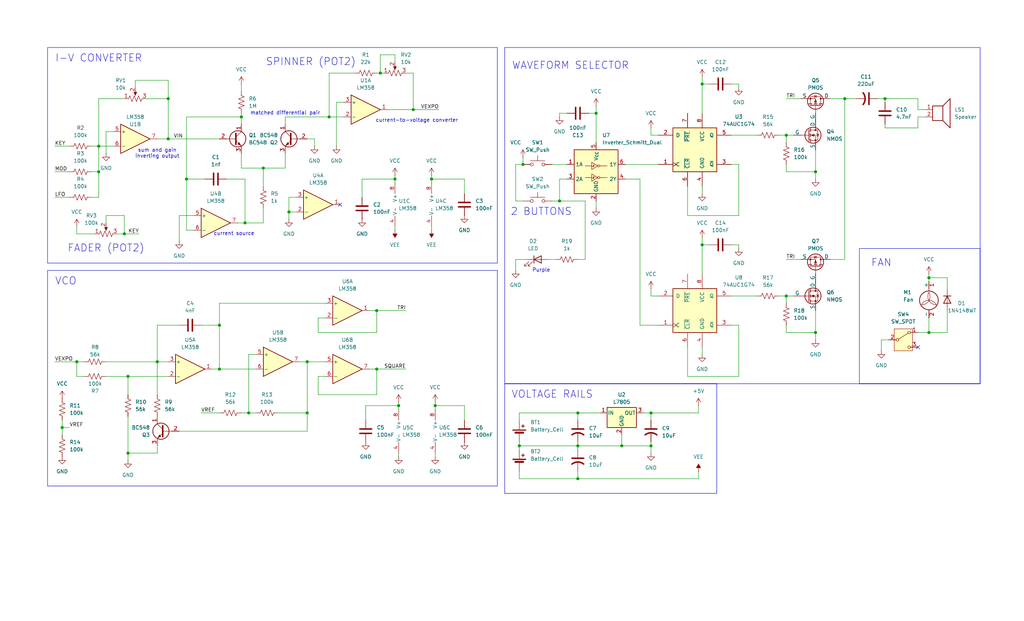
<source format=kicad_sch>
(kicad_sch (version 20250114) (generator "eeschema") (generator_version "9.0")
  (paper "USLegal")
  (title_block (title "Cerebral Palsipus") (date "2026-02-15") (rev "0") (company "Team Twilight: Val, Isaac, and Tyler") (comment 1 "Designed by Tyler Ramsawak") (comment 2 "Child's toy analog synthesizer"))
  (lib_symbols
    (symbol "74xGxx:74AUC1G74" (pin_names (offset 1.016))
      (property "Reference" "U" (at -5.08 10.16 0))
      (property "Value" "74AUC1G74" (at 10.16 -10.16 0))
      (symbol "74AUC1G74_1_1"
        (pin input line (at -12.7 5.08 0) (length 5.08) (name "D") (number "2"))
        (pin input clock (at -12.7 -5.08 0) (length 5.08) (name "C") (number "1"))
        (pin input line (at -2.54 12.7 270) (length 5.08) (name "~{PRE}") (number "7"))
        (pin input line (at -2.54 -12.7 90) (length 5.08) (name "~{CLR}") (number "6"))
        (pin power_in line (at 2.54 12.7 270) (length 5.08) (name "VCC") (number "8"))
        (pin power_in line (at 2.54 -12.7 90) (length 5.08) (name "GND") (number "4"))
        (pin output line (at 12.7 5.08 180) (length 5.08) (name "Q") (number "5"))
        (pin output line (at 12.7 -5.08 180) (length 5.08) (name "~{Q}") (number "3"))
      )
    )
    (symbol "74xGxx:Inverter_Schmitt_Dual"
      (property "Reference" "U" (at 2.54 12.7 0))
      (property "Value" "Inverter_Schmitt_Dual" (at 2.54 10.16 0))
      (symbol "Inverter_Schmitt_Dual_1_1"
        (pin input line (at -10.16 2.54 0) (length 2.54) (name "1A") (number "1"))
        (pin input line (at -10.16 -2.54 0) (length 2.54) (name "2A") (number "3"))
        (pin power_in line (at 0 10.16 270) (length 2.54) (name "V_{CC}") (number "5"))
        (pin power_in line (at 0 -10.16 90) (length 2.54) (name "GND") (number "2"))
        (pin output line (at 10.16 2.54 180) (length 2.54) (name "1Y") (number "6"))
        (pin output line (at 10.16 -2.54 180) (length 2.54) (name "2Y") (number "4"))
      )
    )
    (symbol "Amplifier_Operational:LM358" (pin_names (offset 0.127))
      (property "Reference" "U" (at 0 5.08 0))
      (property "Value" "LM358" (at 0 -5.08 0))
      (symbol "LM358_1_1"
        (pin input line (at -7.62 2.54 0) (length 2.54) (name "+") (number "3"))
        (pin input line (at -7.62 -2.54 0) (length 2.54) (name "-") (number "2"))
        (pin output line (at 7.62 0 180) (length 2.54) (name "~") (number "1"))
      )
      (symbol "LM358_2_1"
        (pin input line (at -7.62 2.54 0) (length 2.54) (name "+") (number "5"))
        (pin input line (at -7.62 -2.54 0) (length 2.54) (name "-") (number "6"))
        (pin output line (at 7.62 0 180) (length 2.54) (name "~") (number "7"))
      )
      (symbol "LM358_3_1"
        (pin power_in line (at -2.54 7.62 270) (length 3.81) (name "V+") (number "8"))
        (pin power_in line (at -2.54 -7.62 90) (length 3.81) (name "V-") (number "4"))
      )
    )
    (symbol "Device:Battery_Cell" (pin_numbers (hide yes)) (pin_names (offset 0) (hide yes))
      (property "Reference" "BT" (at 2.54 2.54 0))
      (property "Value" "Battery_Cell" (at 2.54 0 0))
      (symbol "Battery_Cell_1_1"
        (pin passive line (at 0 5.08 270) (length 2.54) (name "+") (number "1"))
        (pin passive line (at 0 -2.54 90) (length 2.54) (name "-") (number "2"))
      )
    )
    (symbol "Device:C" (pin_numbers (hide yes)) (pin_names (offset 0.254))
      (property "Reference" "C" (at 0.635 2.54 0))
      (property "Value" "C" (at 0.635 -2.54 0))
      (symbol "C_1_1"
        (pin passive line (at 0 3.81 270) (length 2.794) (name "~") (number "1"))
        (pin passive line (at 0 -3.81 90) (length 2.794) (name "~") (number "2"))
      )
    )
    (symbol "Device:C_US" (pin_numbers (hide yes)) (pin_names (offset 0.254) (hide yes))
      (property "Reference" "C" (at 0.635 2.54 0))
      (property "Value" "C_US" (at 0.635 -2.54 0))
      (symbol "C_US_1_1"
        (pin passive line (at 0 3.81 270) (length 2.794) (name "~") (number "1"))
        (pin passive line (at 0 -3.81 90) (length 3.302) (name "~") (number "2"))
      )
    )
    (symbol "Device:LED" (pin_numbers (hide yes)) (pin_names (offset 1.016) (hide yes))
      (property "Reference" "D" (at 0 2.54 0))
      (property "Value" "LED" (at 0 -2.54 0))
      (symbol "LED_1_1"
        (pin passive line (at -3.81 0 0) (length 2.54) (name "K") (number "1"))
        (pin passive line (at 3.81 0 180) (length 2.54) (name "A") (number "2"))
      )
    )
    (symbol "Device:R_Potentiometer_US" (pin_names (offset 1.016) (hide yes))
      (property "Reference" "RV" (at -4.445 0 90))
      (property "Value" "R_Potentiometer_US" (at -2.54 0 90))
      (symbol "R_Potentiometer_US_1_1"
        (pin passive line (at 0 3.81 270) (length 1.27) (name "1") (number "1"))
        (pin passive line (at 0 -3.81 90) (length 1.27) (name "3") (number "3"))
        (pin passive line (at 3.81 0 180) (length 1.27) (name "2") (number "2"))
      )
    )
    (symbol "Device:R_US" (pin_numbers (hide yes)) (pin_names (offset 0))
      (property "Reference" "R" (at 2.54 0 90))
      (property "Value" "R_US" (at -2.54 0 90))
      (symbol "R_US_1_1"
        (pin passive line (at 0 3.81 270) (length 1.27) (name "~") (number "1"))
        (pin passive line (at 0 -3.81 90) (length 1.27) (name "~") (number "2"))
      )
    )
    (symbol "Device:Speaker" (pin_names (offset 0) (hide yes))
      (property "Reference" "LS" (at 1.27 5.715 0))
      (property "Value" "Speaker" (at 1.27 3.81 0))
      (symbol "Speaker_1_1"
        (pin input line (at -5.08 0 0) (length 2.54) (name "1") (number "1"))
        (pin input line (at -5.08 -2.54 0) (length 2.54) (name "2") (number "2"))
      )
    )
    (symbol "Diode:1N4148WT" (pin_numbers (hide yes)) (pin_names (hide yes))
      (property "Reference" "D" (at 0 2.54 0))
      (property "Value" "1N4148WT" (at 0 -2.54 0))
      (symbol "1N4148WT_1_1"
        (pin passive line (at -3.81 0 0) (length 2.54) (name "K") (number "1"))
        (pin passive line (at 3.81 0 180) (length 2.54) (name "A") (number "2"))
      )
    )
    (symbol "Motor:Fan" (pin_names (offset 0))
      (property "Reference" "M" (at 2.54 5.08 0))
      (property "Value" "Fan" (at 2.54 -2.54 0))
      (symbol "Fan_1_1"
        (pin passive line (at 0 7.62 270) (length 2.54) (name "+") (number "1"))
        (pin passive line (at 0 -5.08 90) (length 2.54) (name "-") (number "2"))
      )
    )
    (symbol "Regulator_Linear:L7805" (pin_names (offset 0.254))
      (property "Reference" "U" (at -3.81 3.175 0))
      (property "Value" "L7805" (at 0 3.175 0))
      (symbol "L7805_1_1"
        (pin power_in line (at -7.62 0 0) (length 2.54) (name "IN") (number "1"))
        (pin power_in line (at 0 -7.62 90) (length 2.54) (name "GND") (number "2"))
        (pin power_out line (at 7.62 0 180) (length 2.54) (name "OUT") (number "3"))
      )
    )
    (symbol "Simulation_SPICE:NMOS" (pin_numbers (hide yes)) (pin_names (offset 0))
      (property "Reference" "Q" (at 5.08 1.27 0))
      (property "Value" "NMOS" (at 5.08 -1.27 0))
      (symbol "NMOS_1_1"
        (pin input line (at -5.08 0 0) (length 2.54) (name "G") (number "2"))
        (pin passive line (at 2.54 5.08 270) (length 2.54) (name "D") (number "1"))
        (pin passive line (at 2.54 -5.08 90) (length 2.54) (name "S") (number "3"))
      )
    )
    (symbol "Simulation_SPICE:PMOS" (pin_numbers (hide yes)) (pin_names (offset 0))
      (property "Reference" "Q" (at 5.08 1.27 0))
      (property "Value" "PMOS" (at 5.08 -1.27 0))
      (symbol "PMOS_1_1"
        (pin input line (at -5.08 0 0) (length 2.54) (name "G") (number "2"))
        (pin passive line (at 2.54 5.08 270) (length 2.54) (name "D") (number "1"))
        (pin passive line (at 2.54 -5.08 90) (length 2.54) (name "S") (number "3"))
      )
    )
    (symbol "Switch:SW_Push" (pin_numbers (hide yes)) (pin_names (offset 1.016) (hide yes))
      (property "Reference" "SW" (at 1.27 2.54 0))
      (property "Value" "SW_Push" (at 0 -1.524 0))
      (symbol "SW_Push_0_1"
        (pin passive line (at -5.08 0 0) (length 2.54) (name "1") (number "1"))
        (pin passive line (at 5.08 0 180) (length 2.54) (name "2") (number "2"))
      )
    )
    (symbol "Switch:SW_SPDT" (pin_names (offset 0) (hide yes))
      (property "Reference" "SW" (at 0 5.08 0))
      (property "Value" "SW_SPDT" (at 0 -5.08 0))
      (symbol "SW_SPDT_1_1"
        (pin passive line (at -5.08 0 0) (length 2.54) (name "B") (number "2"))
        (pin passive line (at 5.08 2.54 180) (length 2.54) (name "A") (number "1"))
        (pin passive line (at 5.08 -2.54 180) (length 2.54) (name "C") (number "3"))
      )
    )
    (symbol "Transistor_BJT:BC548" (pin_names (offset 0) (hide yes))
      (property "Reference" "Q" (at 5.08 1.905 0))
      (property "Value" "BC548" (at 5.08 0 0))
      (symbol "BC548_1_1"
        (pin input line (at -5.08 0 0) (length 2.54) (name "B") (number "2"))
        (pin passive line (at 2.54 5.08 270) (length 2.54) (name "C") (number "1"))
        (pin passive line (at 2.54 -5.08 90) (length 2.54) (name "E") (number "3"))
      )
    )
    (symbol "power:+5V" (power) (pin_numbers (hide yes)) (pin_names (offset 0) (hide yes))
      (property "Value" "+5V" (at 0 3.556 0))
      (symbol "+5V_1_1"
        (pin power_in line (at 0 0 90) (length 0) (name "~") (number "1"))
      )
    )
    (symbol "power:GND" (power) (pin_numbers (hide yes)) (pin_names (offset 0) (hide yes))
      (property "Value" "GND" (at 0 -3.81 0))
      (symbol "GND_1_1"
        (pin power_in line (at 0 0 270) (length 0) (name "~") (number "1"))
      )
    )
    (symbol "power:VCC" (power) (pin_numbers (hide yes)) (pin_names (offset 0) (hide yes))
      (property "Value" "VCC" (at 0 3.556 0))
      (symbol "VCC_1_1"
        (pin power_in line (at 0 0 90) (length 0) (name "~") (number "1"))
      )
    )
    (symbol "power:VEE" (power) (pin_numbers (hide yes)) (pin_names (offset 0) (hide yes))
      (property "Value" "VEE" (at 0 3.556 0))
      (symbol "VEE_1_1"
        (pin power_in line (at 0 0 90) (length 0) (name "~") (number "1"))
      )
    )
  )
  (rectangle (start 175.26 16.51) (end 340.36 133.35))
  (rectangle (start 298.45 86.36) (end 340.36 133.35))
  (rectangle (start 175.26 133.35) (end 248.92 171.45))
  (rectangle (start 16.51 16.51) (end 172.72 91.44))
  (rectangle (start 16.51 93.98) (end 172.72 168.91))
  (text "current-to-voltage converter" (at 144.78 41.91 0) (effects (font (size 1.27 1.27))))
  (text "sum and gain\ninverting output" (at 54.61 53.34 0) (effects (font (size 1.27 1.27))))
  (text "SPINNER (POT2)" (at 107.95 21.59 0) (effects (font (size 2.54 2.54))))
  (text "WAVEFORM SELECTOR" (at 198.12 22.86 0) (effects (font (size 2.54 2.54))))
  (text "FADER (POT2)" (at 36.83 86.36 0) (effects (font (size 2.54 2.54))))
  (text "matched differential pair" (at 99.06 39.37 0) (effects (font (size 1.27 1.27))))
  (text "2 BUTTONS" (at 187.96 73.66 0) (effects (font (size 2.54 2.54))))
  (text "VOLTAGE RAILS" (at 191.77 137.16 0) (effects (font (size 2.54 2.54))))
  (text "FAN" (at 306.07 91.44 0) (effects (font (size 2.54 2.54))))
  (text "current source" (at 81.28 81.28 0) (effects (font (size 1.27 1.27))))
  (text "Purple" (at 187.96 93.98 0) (effects (font (size 1.27 1.27))))
  (text "I-V CONVERTER" (at 34.29 20.32 0) (effects (font (size 2.54 2.54))))
  (text "VCO" (at 22.86 97.79 0) (effects (font (size 2.54 2.54))))
  (junction (at 114.3 40.64))
  (junction (at 130.81 107.95))
  (junction (at 243.84 85.09))
  (junction (at 54.61 125.73))
  (junction (at 293.37 34.29))
  (junction (at 207.01 39.37))
  (junction (at 322.58 115.57))
  (junction (at 307.34 34.29))
  (junction (at 273.05 46.99))
  (junction (at 226.06 143.51))
  (junction (at 200.66 143.51))
  (junction (at 200.66 154.94))
  (junction (at 106.68 125.73))
  (junction (at 283.21 59.69))
  (junction (at 215.9 154.94))
  (junction (at 106.68 143.51))
  (junction (at 180.34 154.94))
  (junction (at 44.45 130.81))
  (junction (at 283.21 115.57))
  (junction (at 132.08 25.4))
  (junction (at 151.13 140.97))
  (junction (at 86.36 143.51))
  (junction (at 194.31 69.85))
  (junction (at 43.18 81.28))
  (junction (at 91.44 58.42))
  (junction (at 200.66 166.37))
  (junction (at 83.82 40.64))
  (junction (at 34.29 59.69))
  (junction (at 76.2 113.03))
  (junction (at 322.58 96.52))
  (junction (at 137.16 62.23))
  (junction (at 26.67 125.73))
  (junction (at 21.59 148.59))
  (junction (at 149.86 62.23))
  (junction (at 64.77 62.23))
  (junction (at 76.2 128.27))
  (junction (at 34.29 50.8))
  (junction (at 226.06 154.94))
  (junction (at 58.42 48.26))
  (junction (at 130.81 128.27))
  (junction (at 181.61 57.15))
  (junction (at 58.42 34.29))
  (junction (at 44.45 157.48))
  (junction (at 100.33 73.66))
  (junction (at 243.84 29.21))
  (junction (at 273.05 102.87))
  (junction (at 85.09 77.47))
  (junction (at 143.51 38.1))
  (junction (at 138.43 140.97))
  (no_connect (at 318.77 120.65))
  (no_connect (at 118.11 71.12))
  (wire (pts (xy 110.49 137.16) (xy 130.81 137.16)))
  (wire (pts (xy 137.16 80.01) (xy 137.16 78.74)))
  (wire (pts (xy 318.77 115.57) (xy 322.58 115.57)))
  (wire (pts (xy 113.03 105.41) (xy 76.2 105.41)))
  (wire (pts (xy 64.77 62.23) (xy 71.12 62.23)))
  (wire (pts (xy 104.14 125.73) (xy 106.68 125.73)))
  (wire (pts (xy 46.99 30.48) (xy 46.99 27.94)))
  (wire (pts (xy 200.66 154.94) (xy 215.9 154.94)))
  (wire (pts (xy 54.61 125.73) (xy 54.61 137.16)))
  (wire (pts (xy 321.31 38.1) (xy 318.77 38.1)))
  (wire (pts (xy 200.66 154.94) (xy 200.66 153.67)))
  (wire (pts (xy 307.34 44.45) (xy 318.77 44.45)))
  (wire (pts (xy 243.84 82.55) (xy 243.84 85.09)))
  (wire (pts (xy 78.74 62.23) (xy 85.09 62.23)))
  (wire (pts (xy 26.67 125.73) (xy 26.67 130.81)))
  (wire (pts (xy 179.07 57.15) (xy 181.61 57.15)))
  (wire (pts (xy 191.77 57.15) (xy 196.85 57.15)))
  (wire (pts (xy 256.54 57.15) (xy 256.54 74.93)))
  (wire (pts (xy 85.09 77.47) (xy 91.44 77.47)))
  (wire (pts (xy 246.38 29.21) (xy 243.84 29.21)))
  (wire (pts (xy 322.58 110.49) (xy 322.58 115.57)))
  (wire (pts (xy 110.49 130.81) (xy 110.49 137.16)))
  (wire (pts (xy 161.29 146.05) (xy 161.29 140.97)))
  (wire (pts (xy 106.68 125.73) (xy 113.03 125.73)))
  (wire (pts (xy 54.61 113.03) (xy 54.61 125.73)))
  (wire (pts (xy 69.85 113.03) (xy 76.2 113.03)))
  (wire (pts (xy 119.38 40.64) (xy 114.3 40.64)))
  (wire (pts (xy 243.84 85.09) (xy 243.84 95.25)))
  (wire (pts (xy 222.25 113.03) (xy 222.25 62.23)))
  (wire (pts (xy 256.54 113.03) (xy 256.54 130.81)))
  (wire (pts (xy 151.13 139.7) (xy 151.13 140.97)))
  (wire (pts (xy 254 57.15) (xy 256.54 57.15)))
  (wire (pts (xy 67.31 74.93) (xy 62.23 74.93)))
  (wire (pts (xy 293.37 90.17) (xy 288.29 90.17)))
  (wire (pts (xy 82.55 77.47) (xy 85.09 77.47)))
  (wire (pts (xy 36.83 74.93) (xy 43.18 74.93)))
  (wire (pts (xy 114.3 40.64) (xy 114.3 25.4)))
  (wire (pts (xy 58.42 34.29) (xy 58.42 48.26)))
  (wire (pts (xy 180.34 163.83) (xy 180.34 166.37)))
  (wire (pts (xy 119.38 35.56) (xy 116.84 35.56)))
  (wire (pts (xy 130.81 107.95) (xy 140.97 107.95)))
  (wire (pts (xy 306.07 118.11) (xy 306.07 121.92)))
  (wire (pts (xy 33.02 81.28) (xy 26.67 81.28)))
  (wire (pts (xy 106.68 143.51) (xy 96.52 143.51)))
  (wire (pts (xy 21.59 148.59) (xy 21.59 151.13)))
  (wire (pts (xy 113.03 110.49) (xy 110.49 110.49)))
  (wire (pts (xy 256.54 29.21) (xy 256.54 30.48)))
  (wire (pts (xy 44.45 144.78) (xy 44.45 157.48)))
  (wire (pts (xy 243.84 64.77) (xy 243.84 67.31)))
  (wire (pts (xy 149.86 62.23) (xy 161.29 62.23)))
  (wire (pts (xy 191.77 69.85) (xy 194.31 69.85)))
  (wire (pts (xy 83.82 40.64) (xy 64.77 40.64)))
  (wire (pts (xy 34.29 68.58) (xy 34.29 59.69)))
  (wire (pts (xy 207.01 72.39) (xy 207.01 69.85)))
  (wire (pts (xy 238.76 130.81) (xy 238.76 120.65)))
  (wire (pts (xy 29.21 125.73) (xy 26.67 125.73)))
  (wire (pts (xy 322.58 96.52) (xy 328.93 96.52)))
  (wire (pts (xy 86.36 143.51) (xy 88.9 143.51)))
  (wire (pts (xy 24.13 50.8) (xy 19.05 50.8)))
  (wire (pts (xy 243.84 29.21) (xy 243.84 39.37)))
  (wire (pts (xy 149.86 60.96) (xy 149.86 62.23)))
  (wire (pts (xy 283.21 115.57) (xy 283.21 107.95)))
  (wire (pts (xy 100.33 73.66) (xy 100.33 68.58)))
  (wire (pts (xy 273.05 105.41) (xy 273.05 102.87)))
  (wire (pts (xy 69.85 143.51) (xy 76.2 143.51)))
  (wire (pts (xy 328.93 107.95) (xy 328.93 115.57)))
  (wire (pts (xy 132.08 25.4) (xy 133.35 25.4)))
  (wire (pts (xy 254 113.03) (xy 256.54 113.03)))
  (wire (pts (xy 36.83 130.81) (xy 44.45 130.81)))
  (wire (pts (xy 304.8 34.29) (xy 307.34 34.29)))
  (wire (pts (xy 179.07 69.85) (xy 179.07 57.15)))
  (wire (pts (xy 39.37 45.72) (xy 36.83 45.72)))
  (wire (pts (xy 318.77 40.64) (xy 321.31 40.64)))
  (wire (pts (xy 307.34 43.18) (xy 307.34 44.45)))
  (wire (pts (xy 200.66 166.37) (xy 242.57 166.37)))
  (wire (pts (xy 273.05 115.57) (xy 273.05 113.03)))
  (wire (pts (xy 200.66 143.51) (xy 200.66 146.05)))
  (wire (pts (xy 137.16 62.23) (xy 137.16 63.5)))
  (wire (pts (xy 200.66 166.37) (xy 200.66 163.83)))
  (wire (pts (xy 113.03 130.81) (xy 110.49 130.81)))
  (wire (pts (xy 86.36 143.51) (xy 86.36 123.19)))
  (wire (pts (xy 106.68 48.26) (xy 109.22 48.26)))
  (wire (pts (xy 83.82 40.64) (xy 83.82 43.18)))
  (wire (pts (xy 243.84 120.65) (xy 243.84 123.19)))
  (wire (pts (xy 54.61 157.48) (xy 54.61 154.94)))
  (wire (pts (xy 207.01 39.37) (xy 207.01 49.53)))
  (wire (pts (xy 228.6 113.03) (xy 222.25 113.03)))
  (wire (pts (xy 116.84 35.56) (xy 116.84 50.8)))
  (wire (pts (xy 34.29 50.8) (xy 31.75 50.8)))
  (wire (pts (xy 180.34 154.94) (xy 200.66 154.94)))
  (wire (pts (xy 226.06 102.87) (xy 228.6 102.87)))
  (wire (pts (xy 91.44 72.39) (xy 91.44 77.47)))
  (wire (pts (xy 273.05 46.99) (xy 270.51 46.99)))
  (wire (pts (xy 275.59 102.87) (xy 273.05 102.87)))
  (wire (pts (xy 226.06 46.99) (xy 228.6 46.99)))
  (wire (pts (xy 180.34 153.67) (xy 180.34 154.94)))
  (wire (pts (xy 179.07 93.98) (xy 179.07 90.17)))
  (wire (pts (xy 91.44 58.42) (xy 91.44 64.77)))
  (wire (pts (xy 125.73 68.58) (xy 125.73 62.23)))
  (wire (pts (xy 26.67 130.81) (xy 29.21 130.81)))
  (wire (pts (xy 246.38 85.09) (xy 243.84 85.09)))
  (wire (pts (xy 102.87 73.66) (xy 100.33 73.66)))
  (wire (pts (xy 297.18 34.29) (xy 293.37 34.29)))
  (wire (pts (xy 64.77 40.64) (xy 64.77 62.23)))
  (wire (pts (xy 204.47 39.37) (xy 207.01 39.37)))
  (wire (pts (xy 196.85 39.37) (xy 194.31 39.37)))
  (wire (pts (xy 50.8 34.29) (xy 58.42 34.29)))
  (wire (pts (xy 200.66 156.21) (xy 200.66 154.94)))
  (wire (pts (xy 143.51 38.1) (xy 152.4 38.1)))
  (wire (pts (xy 262.89 46.99) (xy 254 46.99)))
  (wire (pts (xy 58.42 48.26) (xy 54.61 48.26)))
  (wire (pts (xy 180.34 166.37) (xy 200.66 166.37)))
  (wire (pts (xy 137.16 21.59) (xy 137.16 19.05)))
  (wire (pts (xy 83.82 58.42) (xy 91.44 58.42)))
  (wire (pts (xy 217.17 57.15) (xy 228.6 57.15)))
  (wire (pts (xy 283.21 118.11) (xy 283.21 115.57)))
  (wire (pts (xy 207.01 36.83) (xy 207.01 39.37)))
  (wire (pts (xy 322.58 95.25) (xy 322.58 96.52)))
  (wire (pts (xy 64.77 80.01) (xy 67.31 80.01)))
  (wire (pts (xy 196.85 62.23) (xy 194.31 62.23)))
  (wire (pts (xy 242.57 163.83) (xy 242.57 166.37)))
  (wire (pts (xy 43.18 81.28) (xy 48.26 81.28)))
  (wire (pts (xy 62.23 149.86) (xy 106.68 149.86)))
  (wire (pts (xy 256.54 85.09) (xy 256.54 86.36)))
  (wire (pts (xy 149.86 62.23) (xy 149.86 63.5)))
  (wire (pts (xy 106.68 143.51) (xy 106.68 149.86)))
  (wire (pts (xy 76.2 113.03) (xy 76.2 128.27)))
  (wire (pts (xy 161.29 62.23) (xy 161.29 67.31)))
  (wire (pts (xy 273.05 115.57) (xy 283.21 115.57)))
  (wire (pts (xy 161.29 140.97) (xy 151.13 140.97)))
  (wire (pts (xy 193.04 90.17) (xy 190.5 90.17)))
  (wire (pts (xy 275.59 46.99) (xy 273.05 46.99)))
  (wire (pts (xy 143.51 38.1) (xy 143.51 25.4)))
  (wire (pts (xy 273.05 49.53) (xy 273.05 46.99)))
  (wire (pts (xy 203.2 90.17) (xy 200.66 90.17)))
  (wire (pts (xy 26.67 81.28) (xy 26.67 78.74)))
  (wire (pts (xy 273.05 59.69) (xy 283.21 59.69)))
  (wire (pts (xy 43.18 34.29) (xy 34.29 34.29)))
  (wire (pts (xy 36.83 45.72) (xy 36.83 53.34)))
  (wire (pts (xy 46.99 27.94) (xy 58.42 27.94)))
  (wire (pts (xy 86.36 123.19) (xy 88.9 123.19)))
  (wire (pts (xy 138.43 158.75) (xy 138.43 157.48)))
  (wire (pts (xy 54.61 125.73) (xy 58.42 125.73)))
  (wire (pts (xy 91.44 58.42) (xy 99.06 58.42)))
  (wire (pts (xy 43.18 74.93) (xy 43.18 81.28)))
  (wire (pts (xy 180.34 143.51) (xy 180.34 146.05)))
  (wire (pts (xy 44.45 160.02) (xy 44.45 157.48)))
  (wire (pts (xy 36.83 125.73) (xy 54.61 125.73)))
  (wire (pts (xy 132.08 19.05) (xy 132.08 25.4)))
  (wire (pts (xy 125.73 62.23) (xy 137.16 62.23)))
  (wire (pts (xy 58.42 48.26) (xy 76.2 48.26)))
  (wire (pts (xy 99.06 58.42) (xy 99.06 53.34)))
  (wire (pts (xy 318.77 38.1) (xy 318.77 34.29)))
  (wire (pts (xy 149.86 80.01) (xy 149.86 78.74)))
  (wire (pts (xy 88.9 128.27) (xy 76.2 128.27)))
  (wire (pts (xy 34.29 59.69) (xy 31.75 59.69)))
  (wire (pts (xy 137.16 19.05) (xy 132.08 19.05)))
  (wire (pts (xy 226.06 154.94) (xy 215.9 154.94)))
  (wire (pts (xy 278.13 90.17) (xy 273.05 90.17)))
  (wire (pts (xy 99.06 43.18) (xy 99.06 40.64)))
  (wire (pts (xy 322.58 96.52) (xy 322.58 97.79)))
  (wire (pts (xy 151.13 158.75) (xy 151.13 157.48)))
  (wire (pts (xy 226.06 44.45) (xy 226.06 46.99)))
  (wire (pts (xy 130.81 25.4) (xy 132.08 25.4)))
  (wire (pts (xy 307.34 34.29) (xy 307.34 35.56)))
  (wire (pts (xy 256.54 74.93) (xy 238.76 74.93)))
  (wire (pts (xy 110.49 110.49) (xy 110.49 115.57)))
  (wire (pts (xy 328.93 115.57) (xy 322.58 115.57)))
  (wire (pts (xy 34.29 50.8) (xy 39.37 50.8)))
  (wire (pts (xy 179.07 90.17) (xy 182.88 90.17)))
  (wire (pts (xy 181.61 69.85) (xy 179.07 69.85)))
  (wire (pts (xy 106.68 125.73) (xy 106.68 143.51)))
  (wire (pts (xy 273.05 102.87) (xy 270.51 102.87)))
  (wire (pts (xy 127 140.97) (xy 138.43 140.97)))
  (wire (pts (xy 208.28 143.51) (xy 200.66 143.51)))
  (wire (pts (xy 100.33 76.2) (xy 100.33 73.66)))
  (wire (pts (xy 180.34 154.94) (xy 180.34 156.21)))
  (wire (pts (xy 138.43 140.97) (xy 138.43 142.24)))
  (wire (pts (xy 181.61 54.61) (xy 181.61 57.15)))
  (wire (pts (xy 203.2 69.85) (xy 203.2 90.17)))
  (wire (pts (xy 43.18 81.28) (xy 40.64 81.28)))
  (wire (pts (xy 83.82 29.21) (xy 83.82 31.75)))
  (wire (pts (xy 226.06 143.51) (xy 223.52 143.51)))
  (wire (pts (xy 127 146.05) (xy 127 140.97)))
  (wire (pts (xy 243.84 26.67) (xy 243.84 29.21)))
  (wire (pts (xy 62.23 74.93) (xy 62.23 83.82)))
  (wire (pts (xy 137.16 60.96) (xy 137.16 62.23)))
  (wire (pts (xy 130.81 115.57) (xy 130.81 107.95)))
  (wire (pts (xy 21.59 148.59) (xy 21.59 146.05)))
  (wire (pts (xy 24.13 68.58) (xy 19.05 68.58)))
  (wire (pts (xy 134.62 38.1) (xy 143.51 38.1)))
  (wire (pts (xy 76.2 128.27) (xy 73.66 128.27)))
  (wire (pts (xy 58.42 27.94) (xy 58.42 34.29)))
  (wire (pts (xy 44.45 157.48) (xy 54.61 157.48)))
  (wire (pts (xy 24.13 59.69) (xy 19.05 59.69)))
  (wire (pts (xy 34.29 34.29) (xy 34.29 50.8)))
  (wire (pts (xy 262.89 102.87) (xy 254 102.87)))
  (wire (pts (xy 100.33 68.58) (xy 102.87 68.58)))
  (wire (pts (xy 222.25 62.23) (xy 217.17 62.23)))
  (wire (pts (xy 83.82 53.34) (xy 83.82 58.42)))
  (wire (pts (xy 62.23 113.03) (xy 54.61 113.03)))
  (wire (pts (xy 256.54 130.81) (xy 238.76 130.81)))
  (wire (pts (xy 83.82 143.51) (xy 86.36 143.51)))
  (wire (pts (xy 44.45 130.81) (xy 58.42 130.81)))
  (wire (pts (xy 242.57 143.51) (xy 226.06 143.51)))
  (wire (pts (xy 64.77 62.23) (xy 64.77 80.01)))
  (wire (pts (xy 226.06 146.05) (xy 226.06 143.51)))
  (wire (pts (xy 306.07 118.11) (xy 308.61 118.11)))
  (wire (pts (xy 194.31 62.23) (xy 194.31 69.85)))
  (wire (pts (xy 328.93 96.52) (xy 328.93 100.33)))
  (wire (pts (xy 99.06 40.64) (xy 114.3 40.64)))
  (wire (pts (xy 242.57 140.97) (xy 242.57 143.51)))
  (wire (pts (xy 31.75 68.58) (xy 34.29 68.58)))
  (wire (pts (xy 34.29 59.69) (xy 34.29 50.8)))
  (wire (pts (xy 83.82 39.37) (xy 83.82 40.64)))
  (wire (pts (xy 318.77 34.29) (xy 307.34 34.29)))
  (wire (pts (xy 194.31 69.85) (xy 203.2 69.85)))
  (wire (pts (xy 36.83 77.47) (xy 36.83 74.93)))
  (wire (pts (xy 226.06 157.48) (xy 226.06 154.94)))
  (wire (pts (xy 114.3 25.4) (xy 123.19 25.4)))
  (wire (pts (xy 130.81 128.27) (xy 140.97 128.27)))
  (wire (pts (xy 130.81 137.16) (xy 130.81 128.27)))
  (wire (pts (xy 180.34 143.51) (xy 200.66 143.51)))
  (wire (pts (xy 226.06 153.67) (xy 226.06 154.94)))
  (wire (pts (xy 130.81 107.95) (xy 128.27 107.95)))
  (wire (pts (xy 215.9 154.94) (xy 215.9 151.13)))
  (wire (pts (xy 318.77 44.45) (xy 318.77 40.64)))
  (wire (pts (xy 288.29 34.29) (xy 293.37 34.29)))
  (wire (pts (xy 143.51 25.4) (xy 140.97 25.4)))
  (wire (pts (xy 110.49 115.57) (xy 130.81 115.57)))
  (wire (pts (xy 44.45 130.81) (xy 44.45 137.16)))
  (wire (pts (xy 24.13 148.59) (xy 21.59 148.59)))
  (wire (pts (xy 226.06 100.33) (xy 226.06 102.87)))
  (wire (pts (xy 273.05 59.69) (xy 273.05 57.15)))
  (wire (pts (xy 151.13 140.97) (xy 151.13 142.24)))
  (wire (pts (xy 85.09 62.23) (xy 85.09 77.47)))
  (wire (pts (xy 109.22 48.26) (xy 109.22 50.8)))
  (wire (pts (xy 278.13 34.29) (xy 273.05 34.29)))
  (wire (pts (xy 256.54 29.21) (xy 254 29.21)))
  (wire (pts (xy 256.54 85.09) (xy 254 85.09)))
  (wire (pts (xy 138.43 139.7) (xy 138.43 140.97)))
  (wire (pts (xy 293.37 34.29) (xy 293.37 90.17)))
  (wire (pts (xy 238.76 74.93) (xy 238.76 64.77)))
  (wire (pts (xy 283.21 59.69) (xy 283.21 52.07)))
  (wire (pts (xy 194.31 39.37) (xy 194.31 40.64)))
  (wire (pts (xy 130.81 128.27) (xy 128.27 128.27)))
  (wire (pts (xy 283.21 62.23) (xy 283.21 59.69)))
  (wire (pts (xy 19.05 125.73) (xy 26.67 125.73)))
  (wire (pts (xy 76.2 105.41) (xy 76.2 113.03)))
  (label "VREF" (at 24.13 148.59 0))
  (label "TRI" (at 273.05 34.29 0))
  (label "KEY" (at 19.05 50.8 0))
  (label "VEXPO" (at 19.05 125.73 0))
  (label "MOD" (at 19.05 59.69 0))
  (label "VREF" (at 69.85 143.51 0))
  (label "TRI" (at 140.97 107.95 180))
  (label "SQUARE" (at 140.97 128.27 180))
  (label "LFO" (at 19.05 68.58 0))
  (label "TRI" (at 273.05 90.17 0))
  (label "VEXPO" (at 152.4 38.1 180))
  (label "KEY" (at 48.26 81.28 180))
  (label "VIN" (at 63.5 48.26 180))
  (symbol (lib_id "power:GND") (at 125.73 76.2 0) (unit 1)
    (property "Reference" "#PWR09" (effects (hide yes)))
    (property "Value" "GND" (at 125.73 81.28 0))
    (property "Description" "Power symbol creates a global label with name \"GND\" , ground" (effects (hide yes)))
  )
  (symbol (lib_id "power:GND") (at 161.29 74.93 0) (unit 1)
    (property "Reference" "#PWR010" (effects (hide yes)))
    (property "Value" "GND" (at 161.29 80.01 0))
    (property "Description" "Power symbol creates a global label with name \"GND\" , ground" (effects (hide yes)))
  )
  (symbol (lib_id "power:GND") (at 161.29 153.67 0) (unit 1)
    (property "Reference" "#PWR017" (effects (hide yes)))
    (property "Value" "GND" (at 161.29 158.75 0))
    (property "Description" "Power symbol creates a global label with name \"GND\" , ground" (effects (hide yes)))
  )
  (symbol (lib_id "74xGxx:74AUC1G74") (at 241.3 107.95 0) (unit 1)
    (property "Reference" "U8" (at 256.54 96.4498 0))
    (property "Value" "74AUC1G74" (at 256.54 98.9898 0))
    (property "Footprint" "Package_DIP:DIP-8_W7.62mm_Socket" (effects (hide yes)))
    (property "Datasheet" "http://www.ti.com/lit/sg/scyt129e/scyt129e.pdf" (effects (hide yes)))
    (property "Description" "Single D Flip-Flop, Low-Voltage CMOS" (effects (hide yes)))
  )
  (symbol (lib_id "Device:C_US") (at 300.99 34.29 270) (unit 1)
    (property "Reference" "C11" (at 300.736 26.67 90))
    (property "Value" "220uF" (at 300.736 29.21 90))
    (property "Footprint" "Capacitor_THT:CP_Radial_D4.0mm_P2.00mm" (effects (hide yes)))
    (property "Description" "capacitor, US symbol" (effects (hide yes)))
  )
  (symbol (lib_id "Device:R_Potentiometer_US") (at 137.16 25.4 90) (unit 1)
    (property "Reference" "RV2" (at 140.97 19.05 90))
    (property "Value" "10k" (at 140.97 21.59 90))
    (property "Footprint" "Connector_PinHeader_2.54mm:PinHeader_1x03_P2.54mm_Vertical" (effects (hide yes)))
    (property "Description" "Potentiometer, US symbol" (effects (hide yes)))
  )
  (symbol (lib_id "Device:R_US") (at 273.05 53.34 0) (unit 1)
    (property "Reference" "R16" (at 275.59 52.0699 0) (effects (justify left)))
    (property "Value" "100k" (at 275.59 54.6099 0) (effects (justify left)))
    (property "Footprint" "Resistor_THT:R_Axial_DIN0204_L3.6mm_D1.6mm_P5.08mm_Horizontal" (effects (hide yes)))
    (property "Description" "Resistor, US symbol" (effects (hide yes)))
  )
  (symbol (lib_id "Motor:Fan") (at 322.58 105.41 0) (unit 1)
    (property "Reference" "M1" (at 313.69 101.6 0) (effects (justify left)))
    (property "Value" "Fan" (at 313.69 104.14 0) (effects (justify left)))
    (property "Footprint" "Connector_PinHeader_2.54mm:PinHeader_1x02_P2.54mm_Vertical" (effects (hide yes)))
    (property "Description" "Fan" (effects (hide yes)))
  )
  (symbol (lib_id "Device:R_US") (at 27.94 59.69 90) (unit 1)
    (property "Reference" "R3" (at 27.94 53.34 90))
    (property "Value" "100k" (at 27.94 55.88 90))
    (property "Footprint" "Resistor_THT:R_Axial_DIN0204_L3.6mm_D1.6mm_P5.08mm_Horizontal" (effects (hide yes)))
    (property "Description" "Resistor, US symbol" (effects (hide yes)))
  )
  (symbol (lib_id "Device:R_US") (at 33.02 130.81 90) (unit 1)
    (property "Reference" "R7" (at 33.02 135.89 90))
    (property "Value" "100k" (at 33.02 133.35 90))
    (property "Footprint" "Resistor_THT:R_Axial_DIN0204_L3.6mm_D1.6mm_P5.08mm_Horizontal" (effects (hide yes)))
    (property "Description" "Resistor, US symbol" (effects (hide yes)))
  )
  (symbol (lib_id "power:VCC") (at 138.43 139.7 0) (unit 1)
    (property "Reference" "#PWR014" (effects (hide yes)))
    (property "Value" "VCC" (at 138.43 134.62 0))
    (property "Description" "Power symbol creates a global label with name \"VCC\"" (effects (hide yes)))
  )
  (symbol (lib_id "Switch:SW_SPDT") (at 313.69 118.11 0) (unit 1)
    (property "Reference" "SW4" (at 313.69 109.22 0))
    (property "Value" "SW_SPDT" (at 313.69 111.76 0))
    (property "Footprint" "Connector_PinHeader_2.54mm:PinHeader_1x02_P2.54mm_Vertical" (effects (hide yes)))
    (property "Description" "Switch, single pole double throw" (effects (hide yes)))
  )
  (symbol (lib_id "Device:C") (at 161.29 149.86 180) (unit 1)
    (property "Reference" "C6" (at 165.1 148.5899 0) (effects (justify right)))
    (property "Value" "100nF" (at 165.1 151.1299 0) (effects (justify right)))
    (property "Footprint" "Capacitor_THT:C_Rect_L4.0mm_W2.5mm_P2.50mm" (effects (hide yes)))
    (property "Description" "Unpolarized capacitor" (effects (hide yes)))
  )
  (symbol (lib_id "power:VEE") (at 149.86 80.01 180) (unit 1)
    (property "Reference" "#PWR019" (effects (hide yes)))
    (property "Value" "VEE" (at 149.86 85.09 0))
    (property "Description" "Power symbol creates a global label with name \"VEE\"" (effects (hide yes)))
  )
  (symbol (lib_id "Device:R_US") (at 54.61 140.97 0) (unit 1)
    (property "Reference" "R9" (at 57.15 139.6999 0) (effects (justify left)))
    (property "Value" "56k" (at 57.15 142.2399 0) (effects (justify left)))
    (property "Footprint" "Resistor_THT:R_Axial_DIN0204_L3.6mm_D1.6mm_P5.08mm_Horizontal" (effects (hide yes)))
    (property "Description" "Resistor, US symbol" (effects (hide yes)))
  )
  (symbol (lib_id "power:GND") (at 36.83 53.34 0) (unit 1)
    (property "Reference" "#PWR01" (effects (hide yes)))
    (property "Value" "GND" (at 36.83 58.42 0))
    (property "Description" "Power symbol creates a global label with name \"GND\" , ground" (effects (hide yes)))
  )
  (symbol (lib_id "Device:R_US") (at 21.59 154.94 0) (unit 1)
    (property "Reference" "R14" (at 24.13 153.6699 0) (effects (justify left)))
    (property "Value" "100k" (at 24.13 156.2099 0) (effects (justify left)))
    (property "Footprint" "Resistor_THT:R_Axial_DIN0204_L3.6mm_D1.6mm_P5.08mm_Horizontal" (effects (hide yes)))
    (property "Description" "Resistor, US symbol" (effects (hide yes)))
  )
  (symbol (lib_id "Amplifier_Operational:LM358") (at 120.65 128.27 0) (unit 2)
    (property "Reference" "U6" (at 120.65 118.11 0))
    (property "Value" "LM358" (at 120.65 120.65 0))
    (property "Footprint" "Package_DIP:DIP-8_W7.62mm_Socket" (effects (hide yes)))
    (property "Datasheet" "http://www.ti.com/lit/ds/symlink/lm2904-n.pdf" (effects (hide yes)))
    (property "Description" "Low-Power, Dual Operational Amplifiers, DIP-8/SOIC-8/TO-99-8" (effects (hide yes)))
  )
  (symbol (lib_id "power:GND") (at 194.31 40.64 0) (unit 1)
    (property "Reference" "#PWR031" (effects (hide yes)))
    (property "Value" "GND" (at 194.31 45.72 0))
    (property "Description" "Power symbol creates a global label with name \"GND\" , ground" (effects (hide yes)))
  )
  (symbol (lib_id "power:VCC") (at 21.59 138.43 0) (unit 1)
    (property "Reference" "#PWR012" (effects (hide yes)))
    (property "Value" "VCC" (at 21.59 133.35 0))
    (property "Description" "Power symbol creates a global label with name \"VCC\"" (effects (hide yes)))
  )
  (symbol (lib_id "Device:Battery_Cell") (at 180.34 151.13 0) (unit 1)
    (property "Reference" "BT1" (at 184.15 146.7484 0) (effects (justify left)))
    (property "Value" "Battery_Cell" (at 184.15 149.2884 0) (effects (justify left)))
    (property "Footprint" "Connector_PinHeader_2.54mm:PinHeader_1x02_P2.54mm_Vertical" (effects (hide yes)))
    (property "Description" "Single-cell battery" (effects (hide yes)))
  )
  (symbol (lib_id "Device:R_US") (at 92.71 143.51 90) (unit 1)
    (property "Reference" "R13" (at 92.71 137.16 90))
    (property "Value" "100k" (at 92.71 139.7 90))
    (property "Footprint" "Resistor_THT:R_Axial_DIN0204_L3.6mm_D1.6mm_P5.08mm_Horizontal" (effects (hide yes)))
    (property "Description" "Resistor, US symbol" (effects (hide yes)))
  )
  (symbol (lib_id "power:GND") (at 151.13 158.75 0) (unit 1)
    (property "Reference" "#PWR020" (effects (hide yes)))
    (property "Value" "GND" (at 151.13 163.83 0))
    (property "Description" "Power symbol creates a global label with name \"GND\" , ground" (effects (hide yes)))
  )
  (symbol (lib_id "Device:R_US") (at 27.94 50.8 90) (unit 1)
    (property "Reference" "R2" (at 27.94 44.45 90))
    (property "Value" "100k" (at 27.94 46.99 90))
    (property "Footprint" "Resistor_THT:R_Axial_DIN0204_L3.6mm_D1.6mm_P5.08mm_Horizontal" (effects (hide yes)))
    (property "Description" "Resistor, US symbol" (effects (hide yes)))
  )
  (symbol (lib_id "Device:C") (at 127 149.86 180) (unit 1)
    (property "Reference" "C5" (at 130.81 148.5899 0) (effects (justify right)))
    (property "Value" "100nF" (at 130.81 151.1299 0) (effects (justify right)))
    (property "Footprint" "Capacitor_THT:C_Rect_L4.0mm_W2.5mm_P2.50mm" (effects (hide yes)))
    (property "Description" "Unpolarized capacitor" (effects (hide yes)))
  )
  (symbol (lib_id "Device:R_US") (at 80.01 143.51 90) (unit 1)
    (property "Reference" "R12" (at 80.01 137.16 90))
    (property "Value" "56k" (at 80.01 139.7 90))
    (property "Footprint" "Resistor_THT:R_Axial_DIN0204_L3.6mm_D1.6mm_P5.08mm_Horizontal" (effects (hide yes)))
    (property "Description" "Resistor, US symbol" (effects (hide yes)))
  )
  (symbol (lib_id "power:VEE") (at 242.57 163.83 0) (unit 1)
    (property "Reference" "#PWR043" (effects (hide yes)))
    (property "Value" "VEE" (at 242.57 158.75 0))
    (property "Description" "Power symbol creates a global label with name \"VEE\"" (effects (hide yes)))
  )
  (symbol (lib_id "Amplifier_Operational:LM358") (at 127 38.1 0) (unit 1)
    (property "Reference" "U1" (at 127 27.94 0))
    (property "Value" "LM358" (at 127 30.48 0))
    (property "Footprint" "Package_DIP:DIP-8_W7.62mm_Socket" (effects (hide yes)))
    (property "Datasheet" "http://www.ti.com/lit/ds/symlink/lm2904-n.pdf" (effects (hide yes)))
    (property "Description" "Low-Power, Dual Operational Amplifiers, DIP-8/SOIC-8/TO-99-8" (effects (hide yes)))
  )
  (symbol (lib_id "power:VCC") (at 149.86 60.96 0) (unit 1)
    (property "Reference" "#PWR08" (effects (hide yes)))
    (property "Value" "VCC" (at 149.86 55.88 0))
    (property "Description" "Power symbol creates a global label with name \"VCC\"" (effects (hide yes)))
  )
  (symbol (lib_id "74xGxx:74AUC1G74") (at 241.3 52.07 0) (unit 1)
    (property "Reference" "U3" (at 256.54 40.5698 0))
    (property "Value" "74AUC1G74" (at 256.54 43.1098 0))
    (property "Footprint" "Package_DIP:DIP-8_W7.62mm_Socket" (effects (hide yes)))
    (property "Datasheet" "http://www.ti.com/lit/sg/scyt129e/scyt129e.pdf" (effects (hide yes)))
    (property "Description" "Single D Flip-Flop, Low-Voltage CMOS" (effects (hide yes)))
  )
  (symbol (lib_id "Device:R_Potentiometer_US") (at 46.99 34.29 90) (unit 1)
    (property "Reference" "RV1" (at 41.91 27.94 90))
    (property "Value" "10k" (at 41.91 30.48 90))
    (property "Footprint" "Connector_PinHeader_2.54mm:PinHeader_1x03_P2.54mm_Vertical" (effects (hide yes)))
    (property "Description" "Potentiometer, US symbol" (effects (hide yes)))
  )
  (symbol (lib_id "74xGxx:Inverter_Schmitt_Dual") (at 207.01 59.69 0) (unit 1)
    (property "Reference" "U7" (at 209.1533 46.99 0) (effects (justify left)))
    (property "Value" "Inverter_Schmitt_Dual" (at 209.1533 49.53 0) (effects (justify left)))
    (property "Footprint" "Package_DIP:DIP-6_W7.62mm" (effects (hide yes)))
    (property "Description" "Dual schmitt inverter" (effects (hide yes)))
  )
  (symbol (lib_id "Device:R_US") (at 266.7 102.87 90) (unit 1)
    (property "Reference" "R17" (at 266.7 96.52 90))
    (property "Value" "56k" (at 266.7 99.06 90))
    (property "Footprint" "Resistor_THT:R_Axial_DIN0204_L3.6mm_D1.6mm_P5.08mm_Horizontal" (effects (hide yes)))
    (property "Description" "Resistor, US symbol" (effects (hide yes)))
  )
  (symbol (lib_id "Switch:SW_Push") (at 186.69 69.85 0) (unit 1)
    (property "Reference" "SW2" (at 186.69 62.23 0))
    (property "Value" "SW_Push" (at 186.69 64.77 0))
    (property "Footprint" "Connector_PinHeader_2.54mm:PinHeader_1x02_P2.54mm_Vertical" (effects (hide yes)))
    (property "Description" "Push button switch, generic, two pins" (effects (hide yes)))
  )
  (symbol (lib_id "Device:C_US") (at 200.66 149.86 0) (unit 1)
    (property "Reference" "C7" (at 204.47 148.8439 0) (effects (justify left)))
    (property "Value" "10uF" (at 204.47 151.3839 0) (effects (justify left)))
    (property "Footprint" "Capacitor_THT:CP_Radial_D4.0mm_P2.00mm" (effects (hide yes)))
    (property "Description" "capacitor, US symbol" (effects (hide yes)))
  )
  (symbol (lib_id "power:+5V") (at 242.57 140.97 0) (unit 1)
    (property "Reference" "#PWR023" (effects (hide yes)))
    (property "Value" "+5V" (at 242.57 135.89 0))
    (property "Description" "Power symbol creates a global label with name \"+5V\"" (effects (hide yes)))
  )
  (symbol (lib_id "Device:Speaker") (at 326.39 38.1 0) (unit 1)
    (property "Reference" "LS1" (at 331.47 38.0999 0) (effects (justify left)))
    (property "Value" "Speaker" (at 331.47 40.6399 0) (effects (justify left)))
    (property "Footprint" "Connector_PinHeader_2.54mm:PinHeader_1x02_P2.54mm_Vertical" (effects (hide yes)))
    (property "Description" "Speaker" (effects (hide yes)))
  )
  (symbol (lib_id "power:GND") (at 44.45 160.02 0) (unit 1)
    (property "Reference" "#PWR011" (effects (hide yes)))
    (property "Value" "GND" (at 44.45 165.1 0))
    (property "Description" "Power symbol creates a global label with name \"GND\" , ground" (effects (hide yes)))
  )
  (symbol (lib_id "Device:C") (at 250.19 85.09 90) (unit 1)
    (property "Reference" "C14" (at 250.19 77.47 90))
    (property "Value" "100nF" (at 250.19 80.01 90))
    (property "Footprint" "Capacitor_THT:C_Rect_L4.0mm_W2.5mm_P2.50mm" (effects (hide yes)))
    (property "Description" "Unpolarized capacitor" (effects (hide yes)))
  )
  (symbol (lib_id "power:VCC") (at 151.13 139.7 0) (unit 1)
    (property "Reference" "#PWR016" (effects (hide yes)))
    (property "Value" "VCC" (at 151.13 134.62 0))
    (property "Description" "Power symbol creates a global label with name \"VCC\"" (effects (hide yes)))
  )
  (symbol (lib_id "Device:R_US") (at 91.44 68.58 0) (unit 1)
    (property "Reference" "R5" (at 93.98 67.3099 0) (effects (justify left)))
    (property "Value" "1k" (at 93.98 69.8499 0) (effects (justify left)))
    (property "Footprint" "Resistor_THT:R_Axial_DIN0204_L3.6mm_D1.6mm_P5.08mm_Horizontal" (effects (hide yes)))
    (property "Description" "Resistor, US symbol" (effects (hide yes)))
  )
  (symbol (lib_id "Amplifier_Operational:LM358") (at 66.04 128.27 0) (unit 1)
    (property "Reference" "U5" (at 66.04 118.11 0))
    (property "Value" "LM358" (at 66.04 120.65 0))
    (property "Footprint" "Package_DIP:DIP-8_W7.62mm_Socket" (effects (hide yes)))
    (property "Datasheet" "http://www.ti.com/lit/ds/symlink/lm2904-n.pdf" (effects (hide yes)))
    (property "Description" "Low-Power, Dual Operational Amplifiers, DIP-8/SOIC-8/TO-99-8" (effects (hide yes)))
  )
  (symbol (lib_id "power:GND") (at 100.33 76.2 0) (unit 1)
    (property "Reference" "#PWR06" (effects (hide yes)))
    (property "Value" "GND" (at 100.33 81.28 0))
    (property "Description" "Power symbol creates a global label with name \"GND\" , ground" (effects (hide yes)))
  )
  (symbol (lib_id "Switch:SW_Push") (at 186.69 57.15 0) (unit 1)
    (property "Reference" "SW1" (at 186.69 49.53 0))
    (property "Value" "SW_Push" (at 186.69 52.07 0))
    (property "Footprint" "Connector_PinHeader_2.54mm:PinHeader_1x02_P2.54mm_Vertical" (effects (hide yes)))
    (property "Description" "Push button switch, generic, two pins" (effects (hide yes)))
  )
  (symbol (lib_id "Transistor_BJT:BC548") (at 57.15 149.86 0) (mirror y) (unit 1)
    (property "Reference" "Q3" (at 52.07 151.1301 0) (effects (justify left)))
    (property "Value" "BC548" (at 52.07 148.5901 0) (effects (justify left)))
    (property "Footprint" "Package_TO_SOT_THT:TO-92_Inline" (effects (hide yes)))
    (property "Datasheet" "https://www.onsemi.com/pub/Collateral/BC550-D.pdf" (effects (hide yes)))
    (property "Description" "0.1A Ic, 30V Vce, Small Signal NPN Transistor, TO-92" (effects (hide yes)))
  )
  (symbol (lib_id "power:GND") (at 21.59 158.75 0) (unit 1)
    (property "Reference" "#PWR013" (effects (hide yes)))
    (property "Value" "GND" (at 21.59 163.83 0))
    (property "Description" "Power symbol creates a global label with name \"GND\" , ground" (effects (hide yes)))
  )
  (symbol (lib_id "power:GND") (at 127 153.67 0) (unit 1)
    (property "Reference" "#PWR015" (effects (hide yes)))
    (property "Value" "GND" (at 127 158.75 0))
    (property "Description" "Power symbol creates a global label with name \"GND\" , ground" (effects (hide yes)))
  )
  (symbol (lib_id "Device:R_US") (at 83.82 35.56 0) (unit 1)
    (property "Reference" "R6" (at 86.36 34.2899 0) (effects (justify left)))
    (property "Value" "1M" (at 86.36 36.8299 0) (effects (justify left)))
    (property "Footprint" "Resistor_THT:R_Axial_DIN0204_L3.6mm_D1.6mm_P5.08mm_Horizontal" (effects (hide yes)))
    (property "Description" "Resistor, US symbol" (effects (hide yes)))
  )
  (symbol (lib_id "Amplifier_Operational:LM358") (at 140.97 149.86 0) (unit 3)
    (property "Reference" "U5" (at 139.7 148.5899 0) (effects (justify left)))
    (property "Value" "LM358" (at 139.7 151.1299 0) (effects (justify left)))
    (property "Footprint" "Package_DIP:DIP-8_W7.62mm_Socket" (effects (hide yes)))
    (property "Datasheet" "http://www.ti.com/lit/ds/symlink/lm2904-n.pdf" (effects (hide yes)))
    (property "Description" "Low-Power, Dual Operational Amplifiers, DIP-8/SOIC-8/TO-99-8" (effects (hide yes)))
  )
  (symbol (lib_id "power:GND") (at 243.84 123.19 0) (unit 1)
    (property "Reference" "#PWR036" (effects (hide yes)))
    (property "Value" "GND" (at 243.84 128.27 0))
    (property "Description" "Power symbol creates a global label with name \"GND\" , ground" (effects (hide yes)))
  )
  (symbol (lib_id "power:VCC") (at 243.84 26.67 0) (unit 1)
    (property "Reference" "#PWR025" (effects (hide yes)))
    (property "Value" "VCC" (at 243.84 21.59 0))
    (property "Description" "Power symbol creates a global label with name \"VCC\"" (effects (hide yes)))
  )
  (symbol (lib_id "Device:C_US") (at 200.66 160.02 0) (unit 1)
    (property "Reference" "C8" (at 204.47 159.0039 0) (effects (justify left)))
    (property "Value" "10uF" (at 204.47 161.5439 0) (effects (justify left)))
    (property "Footprint" "Capacitor_THT:CP_Radial_D4.0mm_P2.00mm" (effects (hide yes)))
    (property "Description" "capacitor, US symbol" (effects (hide yes)))
  )
  (symbol (lib_id "power:GND") (at 109.22 50.8 0) (unit 1)
    (property "Reference" "#PWR03" (effects (hide yes)))
    (property "Value" "GND" (at 109.22 55.88 0))
    (property "Description" "Power symbol creates a global label with name \"GND\" , ground" (effects (hide yes)))
  )
  (symbol (lib_id "Device:R_US") (at 33.02 125.73 90) (unit 1)
    (property "Reference" "R8" (at 33.02 120.65 90))
    (property "Value" "56k" (at 33.02 123.19 90))
    (property "Footprint" "Resistor_THT:R_Axial_DIN0204_L3.6mm_D1.6mm_P5.08mm_Horizontal" (effects (hide yes)))
    (property "Description" "Resistor, US symbol" (effects (hide yes)))
  )
  (symbol (lib_id "Simulation_SPICE:NMOS") (at 280.67 102.87 0) (unit 1)
    (property "Reference" "Q6" (at 287.02 101.5999 0) (effects (justify left)))
    (property "Value" "NMOS" (at 287.02 104.1399 0) (effects (justify left)))
    (property "Footprint" "Package_TO_SOT_THT:TO-92_Inline" (effects (hide yes)))
    (property "Datasheet" "https://ngspice.sourceforge.io/docs/ngspice-html-manual/manual.xhtml#cha_MOSFETs" (effects (hide yes)))
    (property "Description" "N-MOSFET transistor, drain/source/gate" (effects (hide yes)))
    (property "Sim.Device" "NMOS" (effects (hide yes)))
    (property "Sim.Type" "VDMOS" (effects (hide yes)))
    (property "Sim.Pins" "1=D 2=G 3=S" (effects (hide yes)))
  )
  (symbol (lib_id "power:GND") (at 256.54 86.36 0) (unit 1)
    (property "Reference" "#PWR037" (effects (hide yes)))
    (property "Value" "GND" (at 256.54 91.44 0))
    (property "Description" "Power symbol creates a global label with name \"GND\" , ground" (effects (hide yes)))
  )
  (symbol (lib_id "power:GND") (at 62.23 83.82 0) (unit 1)
    (property "Reference" "#PWR04" (effects (hide yes)))
    (property "Value" "GND" (at 62.23 88.9 0))
    (property "Description" "Power symbol creates a global label with name \"GND\" , ground" (effects (hide yes)))
  )
  (symbol (lib_id "Transistor_BJT:BC548") (at 81.28 48.26 0) (unit 1)
    (property "Reference" "Q1" (at 86.36 46.9899 0) (effects (justify left)))
    (property "Value" "BC548" (at 86.36 49.5299 0) (effects (justify left)))
    (property "Footprint" "Package_TO_SOT_THT:TO-92_Inline" (effects (hide yes)))
    (property "Datasheet" "https://www.onsemi.com/pub/Collateral/BC550-D.pdf" (effects (hide yes)))
    (property "Description" "0.1A Ic, 30V Vce, Small Signal NPN Transistor, TO-92" (effects (hide yes)))
  )
  (symbol (lib_id "power:GND") (at 138.43 158.75 0) (unit 1)
    (property "Reference" "#PWR021" (effects (hide yes)))
    (property "Value" "GND" (at 138.43 163.83 0))
    (property "Description" "Power symbol creates a global label with name \"GND\" , ground" (effects (hide yes)))
  )
  (symbol (lib_id "Simulation_SPICE:PMOS") (at 283.21 36.83 270) (mirror x) (unit 1)
    (property "Reference" "Q5" (at 283.21 27.94 90))
    (property "Value" "PMOS" (at 283.21 30.48 90))
    (property "Footprint" "Package_TO_SOT_THT:TO-92_Inline" (effects (hide yes)))
    (property "Datasheet" "https://ngspice.sourceforge.io/docs/ngspice-html-manual/manual.xhtml#cha_MOSFETs" (effects (hide yes)))
    (property "Description" "P-MOSFET transistor, drain/source/gate" (effects (hide yes)))
    (property "Sim.Device" "PMOS" (effects (hide yes)))
    (property "Sim.Type" "VDMOS" (effects (hide yes)))
    (property "Sim.Pins" "1=D 2=G 3=S" (effects (hide yes)))
  )
  (symbol (lib_id "power:GND") (at 283.21 62.23 0) (unit 1)
    (property "Reference" "#PWR026" (effects (hide yes)))
    (property "Value" "GND" (at 283.21 67.31 0))
    (property "Description" "Power symbol creates a global label with name \"GND\" , ground" (effects (hide yes)))
  )
  (symbol (lib_id "Device:C") (at 125.73 72.39 180) (unit 1)
    (property "Reference" "C2" (at 129.54 71.1199 0) (effects (justify right)))
    (property "Value" "100nF" (at 129.54 73.6599 0) (effects (justify right)))
    (property "Footprint" "Capacitor_THT:C_Rect_L4.0mm_W2.5mm_P2.50mm" (effects (hide yes)))
    (property "Description" "Unpolarized capacitor" (effects (hide yes)))
  )
  (symbol (lib_id "power:VEE") (at 137.16 80.01 180) (unit 1)
    (property "Reference" "#PWR018" (effects (hide yes)))
    (property "Value" "VEE" (at 137.16 85.09 0))
    (property "Description" "Power symbol creates a global label with name \"VEE\"" (effects (hide yes)))
  )
  (symbol (lib_id "Regulator_Linear:L7805") (at 215.9 143.51 0) (unit 1)
    (property "Reference" "U2" (at 215.9 137.16 0))
    (property "Value" "L7805" (at 215.9 139.7 0))
    (property "Footprint" "Package_TO_SOT_SMD:TO-252-3_TabPin2" (effects (hide yes)))
    (property "Datasheet" "http://www.st.com/content/ccc/resource/technical/document/datasheet/41/4f/b3/b0/12/d4/47/88/CD00000444.pdf/files/CD00000444.pdf/jcr:content/translations/en.CD00000444.pdf" (effects (hide yes)))
    (property "Description" "Positive 1.5A 35V Linear Regulator, Fixed Output 5V, TO-220/TO-263/TO-252" (effects (hide yes)))
  )
  (symbol (lib_id "Transistor_BJT:BC548") (at 101.6 48.26 0) (mirror y) (unit 1)
    (property "Reference" "Q2" (at 96.52 49.5301 0) (effects (justify left)))
    (property "Value" "BC548" (at 96.52 46.9901 0) (effects (justify left)))
    (property "Footprint" "Package_TO_SOT_THT:TO-92_Inline" (effects (hide yes)))
    (property "Datasheet" "https://www.onsemi.com/pub/Collateral/BC550-D.pdf" (effects (hide yes)))
    (property "Description" "0.1A Ic, 30V Vce, Small Signal NPN Transistor, TO-92" (effects (hide yes)))
  )
  (symbol (lib_id "Simulation_SPICE:NMOS") (at 280.67 46.99 0) (unit 1)
    (property "Reference" "Q4" (at 287.02 45.7199 0) (effects (justify left)))
    (property "Value" "NMOS" (at 287.02 48.2599 0) (effects (justify left)))
    (property "Footprint" "Package_TO_SOT_THT:TO-92_Inline" (effects (hide yes)))
    (property "Datasheet" "https://ngspice.sourceforge.io/docs/ngspice-html-manual/manual.xhtml#cha_MOSFETs" (effects (hide yes)))
    (property "Description" "N-MOSFET transistor, drain/source/gate" (effects (hide yes)))
    (property "Sim.Device" "NMOS" (effects (hide yes)))
    (property "Sim.Type" "VDMOS" (effects (hide yes)))
    (property "Sim.Pins" "1=D 2=G 3=S" (effects (hide yes)))
  )
  (symbol (lib_id "Device:C") (at 200.66 39.37 270) (unit 1)
    (property "Reference" "C13" (at 200.66 46.99 90))
    (property "Value" "100nF" (at 200.66 44.45 90))
    (property "Footprint" "Capacitor_THT:C_Rect_L4.0mm_W2.5mm_P2.50mm" (effects (hide yes)))
    (property "Description" "Unpolarized capacitor" (effects (hide yes)))
  )
  (symbol (lib_id "Amplifier_Operational:LM358") (at 46.99 48.26 0) (unit 2)
    (property "Reference" "U1" (at 46.99 43.18 0))
    (property "Value" "LM358" (at 46.99 40.64 0))
    (property "Footprint" "Package_DIP:DIP-8_W7.62mm_Socket" (effects (hide yes)))
    (property "Datasheet" "http://www.ti.com/lit/ds/symlink/lm2904-n.pdf" (effects (hide yes)))
    (property "Description" "Low-Power, Dual Operational Amplifiers, DIP-8/SOIC-8/TO-99-8" (effects (hide yes)))
  )
  (symbol (lib_id "Device:R_US") (at 273.05 109.22 0) (unit 1)
    (property "Reference" "R18" (at 275.59 107.9499 0) (effects (justify left)))
    (property "Value" "100k" (at 275.59 110.4899 0) (effects (justify left)))
    (property "Footprint" "Resistor_THT:R_Axial_DIN0204_L3.6mm_D1.6mm_P5.08mm_Horizontal" (effects (hide yes)))
    (property "Description" "Resistor, US symbol" (effects (hide yes)))
  )
  (symbol (lib_id "Device:LED") (at 186.69 90.17 0) (unit 1)
    (property "Reference" "D2" (at 185.1025 83.82 0))
    (property "Value" "LED" (at 185.1025 86.36 0))
    (property "Footprint" "Connector_PinHeader_2.54mm:PinHeader_1x02_P2.54mm_Vertical" (effects (hide yes)))
    (property "Description" "Light emitting diode" (effects (hide yes)))
    (property "Sim.Pins" "1=K 2=A" (effects (hide yes)))
  )
  (symbol (lib_id "power:GND") (at 207.01 72.39 0) (unit 1)
    (property "Reference" "#PWR032" (effects (hide yes)))
    (property "Value" "GND" (at 207.01 77.47 0))
    (property "Description" "Power symbol creates a global label with name \"GND\" , ground" (effects (hide yes)))
  )
  (symbol (lib_id "Amplifier_Operational:LM358") (at 120.65 107.95 0) (unit 1)
    (property "Reference" "U6" (at 120.65 97.79 0))
    (property "Value" "LM358" (at 120.65 100.33 0))
    (property "Footprint" "Package_DIP:DIP-8_W7.62mm_Socket" (effects (hide yes)))
    (property "Datasheet" "http://www.ti.com/lit/ds/symlink/lm2904-n.pdf" (effects (hide yes)))
    (property "Description" "Low-Power, Dual Operational Amplifiers, DIP-8/SOIC-8/TO-99-8" (effects (hide yes)))
  )
  (symbol (lib_id "power:GND") (at 283.21 118.11 0) (unit 1)
    (property "Reference" "#PWR038" (effects (hide yes)))
    (property "Value" "GND" (at 283.21 123.19 0))
    (property "Description" "Power symbol creates a global label with name \"GND\" , ground" (effects (hide yes)))
  )
  (symbol (lib_id "Device:R_Potentiometer_US") (at 36.83 81.28 90) (unit 1)
    (property "Reference" "RV3" (at 31.75 74.93 90))
    (property "Value" "100k" (at 31.75 77.47 90))
    (property "Footprint" "Connector_PinHeader_2.54mm:PinHeader_1x03_P2.54mm_Vertical" (effects (hide yes)))
    (property "Description" "Potentiometer, US symbol" (effects (hide yes)))
  )
  (symbol (lib_id "Diode:1N4148WT") (at 328.93 104.14 270) (unit 1)
    (property "Reference" "D1" (at 335.28 105.41 90) (effects (justify right)))
    (property "Value" "1N4148WT" (at 339.09 107.95 90) (effects (justify right)))
    (property "Footprint" "Diode_SMD:D_SOD-523" (effects (hide yes)))
    (property "Datasheet" "https://www.diodes.com/assets/Datasheets/ds30396.pdf" (effects (hide yes)))
    (property "Description" "75V 0.15A Fast switching Diode, SOD-523" (effects (hide yes)))
    (property "Sim.Device" "D" (effects (hide yes)))
    (property "Sim.Pins" "1=K 2=A" (effects (hide yes)))
  )
  (symbol (lib_id "power:GND") (at 306.07 121.92 0) (unit 1)
    (property "Reference" "#PWR041" (effects (hide yes)))
    (property "Value" "GND" (at 306.07 127 0))
    (property "Description" "Power symbol creates a global label with name \"GND\" , ground" (effects (hide yes)))
  )
  (symbol (lib_id "power:GND") (at 256.54 30.48 0) (unit 1)
    (property "Reference" "#PWR028" (effects (hide yes)))
    (property "Value" "GND" (at 256.54 35.56 0))
    (property "Description" "Power symbol creates a global label with name \"GND\" , ground" (effects (hide yes)))
  )
  (symbol (lib_id "Amplifier_Operational:LM358") (at 74.93 77.47 0) (unit 2)
    (property "Reference" "U4" (at 74.93 67.31 0))
    (property "Value" "LM358" (at 74.93 69.85 0))
    (property "Footprint" "Package_DIP:DIP-8_W7.62mm_Socket" (effects (hide yes)))
    (property "Datasheet" "http://www.ti.com/lit/ds/symlink/lm2904-n.pdf" (effects (hide yes)))
    (property "Description" "Low-Power, Dual Operational Amplifiers, DIP-8/SOIC-8/TO-99-8" (effects (hide yes)))
  )
  (symbol (lib_id "Device:C") (at 74.93 62.23 90) (unit 1)
    (property "Reference" "C1" (at 74.93 54.61 90))
    (property "Value" "1nf" (at 74.93 57.15 90))
    (property "Footprint" "Capacitor_THT:C_Rect_L4.0mm_W2.5mm_P2.50mm" (effects (hide yes)))
    (property "Description" "Unpolarized capacitor" (effects (hide yes)))
  )
  (symbol (lib_id "power:VCC") (at 181.61 54.61 0) (unit 1)
    (property "Reference" "#PWR033" (effects (hide yes)))
    (property "Value" "VCC" (at 179.07 49.53 0))
    (property "Description" "Power symbol creates a global label with name \"VCC\"" (effects (hide yes)))
  )
  (symbol (lib_id "power:GND") (at 243.84 67.31 0) (unit 1)
    (property "Reference" "#PWR027" (effects (hide yes)))
    (property "Value" "GND" (at 243.84 72.39 0))
    (property "Description" "Power symbol creates a global label with name \"GND\" , ground" (effects (hide yes)))
  )
  (symbol (lib_id "Device:R_US") (at 21.59 142.24 0) (unit 1)
    (property "Reference" "R11" (at 24.13 140.9699 0) (effects (justify left)))
    (property "Value" "100k" (at 24.13 143.5099 0) (effects (justify left)))
    (property "Footprint" "Resistor_THT:R_Axial_DIN0204_L3.6mm_D1.6mm_P5.08mm_Horizontal" (effects (hide yes)))
    (property "Description" "Resistor, US symbol" (effects (hide yes)))
  )
  (symbol (lib_id "Device:C") (at 307.34 39.37 180) (unit 1)
    (property "Reference" "C10" (at 311.15 38.0999 0) (effects (justify right)))
    (property "Value" "4.7nF" (at 311.15 40.6399 0) (effects (justify right)))
    (property "Footprint" "Capacitor_THT:C_Rect_L4.0mm_W2.5mm_P2.50mm" (effects (hide yes)))
    (property "Description" "Unpolarized capacitor" (effects (hide yes)))
  )
  (symbol (lib_id "Device:C_US") (at 226.06 149.86 0) (unit 1)
    (property "Reference" "C9" (at 229.87 148.8439 0) (effects (justify left)))
    (property "Value" "10uF" (at 229.87 151.3839 0) (effects (justify left)))
    (property "Footprint" "Capacitor_THT:CP_Radial_D4.0mm_P2.00mm" (effects (hide yes)))
    (property "Description" "capacitor, US symbol" (effects (hide yes)))
  )
  (symbol (lib_id "Device:R_US") (at 266.7 46.99 90) (unit 1)
    (property "Reference" "R15" (at 266.7 40.64 90))
    (property "Value" "56k" (at 266.7 43.18 90))
    (property "Footprint" "Resistor_THT:R_Axial_DIN0204_L3.6mm_D1.6mm_P5.08mm_Horizontal" (effects (hide yes)))
    (property "Description" "Resistor, US symbol" (effects (hide yes)))
  )
  (symbol (lib_id "power:GND") (at 226.06 157.48 0) (unit 1)
    (property "Reference" "#PWR042" (effects (hide yes)))
    (property "Value" "GND" (at 226.06 162.56 0))
    (property "Description" "Power symbol creates a global label with name \"GND\" , ground" (effects (hide yes)))
  )
  (symbol (lib_id "power:GND") (at 179.07 93.98 0) (unit 1)
    (property "Reference" "#PWR039" (effects (hide yes)))
    (property "Value" "GND" (at 179.07 99.06 0))
    (property "Description" "Power symbol creates a global label with name \"GND\" , ground" (effects (hide yes)))
  )
  (symbol (lib_id "power:VCC") (at 83.82 29.21 0) (unit 1)
    (property "Reference" "#PWR05" (effects (hide yes)))
    (property "Value" "VCC" (at 83.82 24.13 0))
    (property "Description" "Power symbol creates a global label with name \"VCC\"" (effects (hide yes)))
  )
  (symbol (lib_id "Amplifier_Operational:LM358") (at 96.52 125.73 0) (unit 2)
    (property "Reference" "U5" (at 96.52 115.57 0))
    (property "Value" "LM358" (at 96.52 118.11 0))
    (property "Footprint" "Package_DIP:DIP-8_W7.62mm_Socket" (effects (hide yes)))
    (property "Datasheet" "http://www.ti.com/lit/ds/symlink/lm2904-n.pdf" (effects (hide yes)))
    (property "Description" "Low-Power, Dual Operational Amplifiers, DIP-8/SOIC-8/TO-99-8" (effects (hide yes)))
  )
  (symbol (lib_id "Device:R_US") (at 27.94 68.58 90) (unit 1)
    (property "Reference" "R4" (at 27.94 62.23 90))
    (property "Value" "100k" (at 27.94 64.77 90))
    (property "Footprint" "Resistor_THT:R_Axial_DIN0204_L3.6mm_D1.6mm_P5.08mm_Horizontal" (effects (hide yes)))
    (property "Description" "Resistor, US symbol" (effects (hide yes)))
  )
  (symbol (lib_id "power:VCC") (at 226.06 44.45 0) (unit 1)
    (property "Reference" "#PWR029" (effects (hide yes)))
    (property "Value" "VCC" (at 226.06 39.37 0))
    (property "Description" "Power symbol creates a global label with name \"VCC\"" (effects (hide yes)))
  )
  (symbol (lib_id "power:VCC") (at 26.67 78.74 0) (unit 1)
    (property "Reference" "#PWR024" (effects (hide yes)))
    (property "Value" "VCC" (at 26.67 73.66 0))
    (property "Description" "Power symbol creates a global label with name \"VCC\"" (effects (hide yes)))
  )
  (symbol (lib_id "power:VCC") (at 226.06 100.33 0) (unit 1)
    (property "Reference" "#PWR034" (effects (hide yes)))
    (property "Value" "VCC" (at 226.06 95.25 0))
    (property "Description" "Power symbol creates a global label with name \"VCC\"" (effects (hide yes)))
  )
  (symbol (lib_id "power:GND") (at 116.84 50.8 0) (unit 1)
    (property "Reference" "#PWR02" (effects (hide yes)))
    (property "Value" "GND" (at 116.84 55.88 0))
    (property "Description" "Power symbol creates a global label with name \"GND\" , ground" (effects (hide yes)))
  )
  (symbol (lib_id "Amplifier_Operational:LM358") (at 110.49 71.12 0) (unit 1)
    (property "Reference" "U4" (at 110.49 60.96 0))
    (property "Value" "LM358" (at 110.49 63.5 0))
    (property "Footprint" "Package_DIP:DIP-8_W7.62mm_Socket" (effects (hide yes)))
    (property "Datasheet" "http://www.ti.com/lit/ds/symlink/lm2904-n.pdf" (effects (hide yes)))
    (property "Description" "Low-Power, Dual Operational Amplifiers, DIP-8/SOIC-8/TO-99-8" (effects (hide yes)))
  )
  (symbol (lib_id "Amplifier_Operational:LM358") (at 152.4 71.12 0) (unit 3)
    (property "Reference" "U4" (at 151.13 69.8499 0) (effects (justify left)))
    (property "Value" "LM358" (at 151.13 72.3899 0) (effects (justify left)))
    (property "Footprint" "Package_DIP:DIP-8_W7.62mm_Socket" (effects (hide yes)))
    (property "Datasheet" "http://www.ti.com/lit/ds/symlink/lm2904-n.pdf" (effects (hide yes)))
    (property "Description" "Low-Power, Dual Operational Amplifiers, DIP-8/SOIC-8/TO-99-8" (effects (hide yes)))
  )
  (symbol (lib_id "Device:C") (at 161.29 71.12 180) (unit 1)
    (property "Reference" "C3" (at 165.1 69.8499 0) (effects (justify right)))
    (property "Value" "100nF" (at 165.1 72.3899 0) (effects (justify right)))
    (property "Footprint" "Capacitor_THT:C_Rect_L4.0mm_W2.5mm_P2.50mm" (effects (hide yes)))
    (property "Description" "Unpolarized capacitor" (effects (hide yes)))
  )
  (symbol (lib_id "Device:R_US") (at 196.85 90.17 90) (unit 1)
    (property "Reference" "R19" (at 196.85 83.82 90))
    (property "Value" "1k" (at 196.85 86.36 90))
    (property "Footprint" "Resistor_THT:R_Axial_DIN0204_L3.6mm_D1.6mm_P5.08mm_Horizontal" (effects (hide yes)))
    (property "Description" "Resistor, US symbol" (effects (hide yes)))
  )
  (symbol (lib_id "Device:C") (at 66.04 113.03 90) (unit 1)
    (property "Reference" "C4" (at 66.04 105.41 90))
    (property "Value" "4nF" (at 66.04 107.95 90))
    (property "Footprint" "Capacitor_THT:C_Rect_L4.0mm_W2.5mm_P2.50mm" (effects (hide yes)))
    (property "Description" "Unpolarized capacitor" (effects (hide yes)))
  )
  (symbol (lib_id "Simulation_SPICE:PMOS") (at 283.21 92.71 270) (mirror x) (unit 1)
    (property "Reference" "Q7" (at 283.21 83.82 90))
    (property "Value" "PMOS" (at 283.21 86.36 90))
    (property "Footprint" "Package_TO_SOT_THT:TO-92_Inline" (effects (hide yes)))
    (property "Datasheet" "https://ngspice.sourceforge.io/docs/ngspice-html-manual/manual.xhtml#cha_MOSFETs" (effects (hide yes)))
    (property "Description" "P-MOSFET transistor, drain/source/gate" (effects (hide yes)))
    (property "Sim.Device" "PMOS" (effects (hide yes)))
    (property "Sim.Type" "VDMOS" (effects (hide yes)))
    (property "Sim.Pins" "1=D 2=G 3=S" (effects (hide yes)))
  )
  (symbol (lib_id "Amplifier_Operational:LM358") (at 153.67 149.86 0) (unit 3)
    (property "Reference" "U6" (at 152.4 148.5899 0) (effects (justify left)))
    (property "Value" "LM358" (at 152.4 151.1299 0) (effects (justify left)))
    (property "Footprint" "Package_DIP:DIP-8_W7.62mm_Socket" (effects (hide yes)))
    (property "Datasheet" "http://www.ti.com/lit/ds/symlink/lm2904-n.pdf" (effects (hide yes)))
    (property "Description" "Low-Power, Dual Operational Amplifiers, DIP-8/SOIC-8/TO-99-8" (effects (hide yes)))
  )
  (symbol (lib_id "Device:R_US") (at 127 25.4 90) (unit 1)
    (property "Reference" "R1" (at 127 19.05 90))
    (property "Value" "22k" (at 127 21.59 90))
    (property "Footprint" "Resistor_THT:R_Axial_DIN0204_L3.6mm_D1.6mm_P5.08mm_Horizontal" (effects (hide yes)))
    (property "Description" "Resistor, US symbol" (effects (hide yes)))
  )
  (symbol (lib_id "power:VCC") (at 243.84 82.55 0) (unit 1)
    (property "Reference" "#PWR035" (effects (hide yes)))
    (property "Value" "VCC" (at 243.84 77.47 0))
    (property "Description" "Power symbol creates a global label with name \"VCC\"" (effects (hide yes)))
  )
  (symbol (lib_id "Device:R_US") (at 44.45 140.97 0) (unit 1)
    (property "Reference" "R10" (at 46.99 139.6999 0) (effects (justify left)))
    (property "Value" "56k" (at 46.99 142.2399 0) (effects (justify left)))
    (property "Footprint" "Resistor_THT:R_Axial_DIN0204_L3.6mm_D1.6mm_P5.08mm_Horizontal" (effects (hide yes)))
    (property "Description" "Resistor, US symbol" (effects (hide yes)))
  )
  (symbol (lib_id "Amplifier_Operational:LM358") (at 139.7 71.12 0) (unit 3)
    (property "Reference" "U1" (at 138.43 69.8499 0) (effects (justify left)))
    (property "Value" "LM358" (at 138.43 72.3899 0) (effects (justify left)))
    (property "Footprint" "Package_DIP:DIP-8_W7.62mm_Socket" (effects (hide yes)))
    (property "Datasheet" "http://www.ti.com/lit/ds/symlink/lm2904-n.pdf" (effects (hide yes)))
    (property "Description" "Low-Power, Dual Operational Amplifiers, DIP-8/SOIC-8/TO-99-8" (effects (hide yes)))
  )
  (symbol (lib_id "power:VCC") (at 137.16 60.96 0) (unit 1)
    (property "Reference" "#PWR07" (effects (hide yes)))
    (property "Value" "VCC" (at 137.16 55.88 0))
    (property "Description" "Power symbol creates a global label with name \"VCC\"" (effects (hide yes)))
  )
  (symbol (lib_id "Device:C") (at 250.19 29.21 90) (unit 1)
    (property "Reference" "C12" (at 250.19 21.59 90))
    (property "Value" "100nF" (at 250.19 24.13 90))
    (property "Footprint" "Capacitor_THT:C_Rect_L4.0mm_W2.5mm_P2.50mm" (effects (hide yes)))
    (property "Description" "Unpolarized capacitor" (effects (hide yes)))
  )
  (symbol (lib_id "power:VCC") (at 322.58 95.25 0) (unit 1)
    (property "Reference" "#PWR040" (effects (hide yes)))
    (property "Value" "VCC" (at 322.58 90.17 0))
    (property "Description" "Power symbol creates a global label with name \"VCC\"" (effects (hide yes)))
  )
  (symbol (lib_id "power:VCC") (at 207.01 36.83 0) (unit 1)
    (property "Reference" "#PWR030" (effects (hide yes)))
    (property "Value" "VCC" (at 207.01 31.75 0))
    (property "Description" "Power symbol creates a global label with name \"VCC\"" (effects (hide yes)))
  )
  (symbol (lib_id "Device:Battery_Cell") (at 180.34 161.29 0) (unit 1)
    (property "Reference" "BT2" (at 184.15 156.9084 0) (effects (justify left)))
    (property "Value" "Battery_Cell" (at 184.15 159.4484 0) (effects (justify left)))
    (property "Footprint" "Connector_PinHeader_2.54mm:PinHeader_1x02_P2.54mm_Vertical" (effects (hide yes)))
    (property "Description" "Single-cell battery" (effects (hide yes)))
  )
)
</source>
